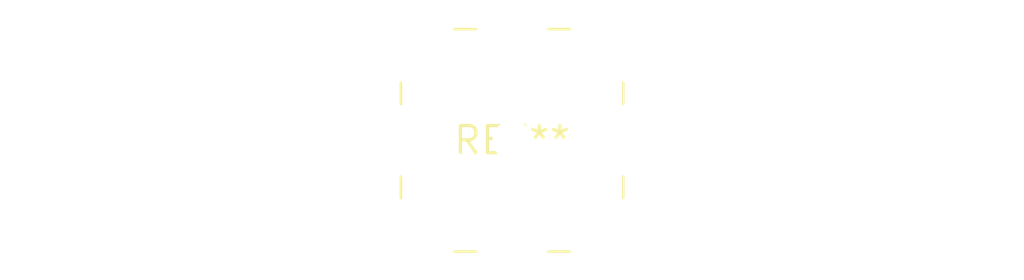
<source format=kicad_pcb>
(kicad_pcb (version 20240108) (generator pcbnew)
  (layers (0 "F.Cu" signal) (31 "B.Cu" signal) (34 "B.Paste" user) (35 "F.Paste" user) (36 "B.SilkS" user "B.Silkscreen") (37 "F.SilkS" user "F.Silkscreen") (38 "B.Mask" user) (39 "F.Mask" user) (44 "Edge.Cuts" user))
  (net 0 "")
  (footprint "Wuerth_REDCUBE-THR_WP-THRSH_74651195_THR" (layer "F.Cu") (at 0 0)
    (property "Reference" "REF**")
    (property "Value" "Wuerth_REDCUBE-THR_WP-THRSH_74651195_THR")
    (fp_line (start -5.2 -2.7) (end -5.2 -1.7) (layer "F.SilkS") (stroke (width 0.12)))
    (fp_line (start -5.2 1.7) (end -5.2 2.7) (layer "F.SilkS") (stroke (width 0.12)))
    (fp_line (start -2.7 -5.2) (end -1.7 -5.2) (layer "F.SilkS") (stroke (width 0.12)))
    (fp_line (start -2.7 5.2) (end -1.7 5.2) (layer "F.SilkS") (stroke (width 0.12)))
    (fp_line (start 1.7 -5.2) (end 2.7 -5.2) (layer "F.SilkS") (stroke (width 0.12)))
    (fp_line (start 1.7 5.2) (end 2.7 5.2) (layer "F.SilkS") (stroke (width 0.12)))
    (fp_line (start 5.2 -1.7) (end 5.2 -2.7) (layer "F.SilkS") (stroke (width 0.12)))
    (fp_line (start 5.2 2.7) (end 5.2 1.7) (layer "F.SilkS") (stroke (width 0.12)))
    (pad "1" thru_hole circle (at -4.435 -4.435) (size 3.2 3.2) (drill 1.85) (layers *.Cu *.Mask) (remove_unused_layers))
    (pad "1" thru_hole circle (at -4.435 0) (size 3.2 3.2) (drill 1.85) (layers *.Cu *.Mask) (remove_unused_layers))
    (pad "1" thru_hole circle (at -4.435 4.435) (size 3.2 3.2) (drill 1.85) (layers *.Cu *.Mask) (remove_unused_layers))
    (pad "1" thru_hole circle (at 0 -4.435) (size 3.2 3.2) (drill 1.85) (layers *.Cu *.Mask) (remove_unused_layers))
    (pad "1" thru_hole circle (at 0 0) (size 3.2 3.2) (drill 1.85) (layers *.Cu *.Mask) (remove_unused_layers))
    (pad "1" thru_hole circle (at 0 4.435) (size 3.2 3.2) (drill 1.85) (layers *.Cu *.Mask) (remove_unused_layers))
    (pad "1" thru_hole circle (at 4.435 -4.435) (size 3.2 3.2) (drill 1.85) (layers *.Cu *.Mask) (remove_unused_layers))
    (pad "1" thru_hole circle (at 4.435 0) (size 3.2 3.2) (drill 1.85) (layers *.Cu *.Mask) (remove_unused_layers))
    (pad "1" thru_hole circle (at 4.435 4.435) (size 3.2 3.2) (drill 1.85) (layers *.Cu *.Mask) (remove_unused_layers))
  )
)
</source>
